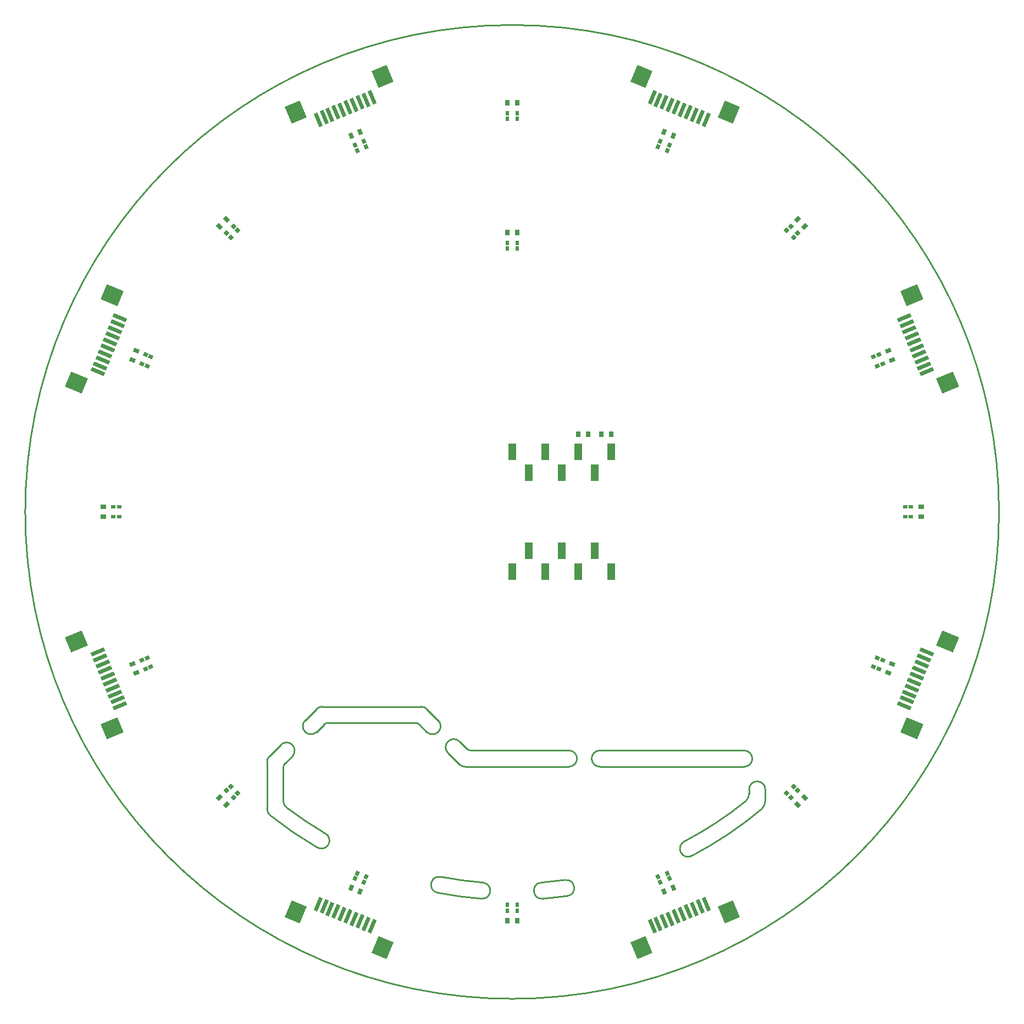
<source format=gtp>
G04*
G04 #@! TF.GenerationSoftware,Altium Limited,Altium Designer,22.2.1 (43)*
G04*
G04 Layer_Color=8421504*
%FSLAX44Y44*%
%MOMM*%
G71*
G04*
G04 #@! TF.SameCoordinates,2D810589-119A-40C1-8923-BCE66BF163E0*
G04*
G04*
G04 #@! TF.FilePolarity,Positive*
G04*
G01*
G75*
%ADD10C,0.2540*%
G04:AMPARAMS|DCode=20|XSize=0.6mm|YSize=2.2mm|CornerRadius=0mm|HoleSize=0mm|Usage=FLASHONLY|Rotation=337.500|XOffset=0mm|YOffset=0mm|HoleType=Round|Shape=Rectangle|*
%AMROTATEDRECTD20*
4,1,4,-0.6981,-0.9015,0.1438,1.1311,0.6981,0.9015,-0.1438,-1.1311,-0.6981,-0.9015,0.0*
%
%ADD20ROTATEDRECTD20*%

G04:AMPARAMS|DCode=21|XSize=2.5mm|YSize=2.8mm|CornerRadius=0mm|HoleSize=0mm|Usage=FLASHONLY|Rotation=157.500|XOffset=0mm|YOffset=0mm|HoleType=Round|Shape=Rectangle|*
%AMROTATEDRECTD21*
4,1,4,1.6906,0.8151,0.6191,-1.7718,-1.6906,-0.8151,-0.6191,1.7718,1.6906,0.8151,0.0*
%
%ADD21ROTATEDRECTD21*%

G04:AMPARAMS|DCode=22|XSize=0.6mm|YSize=2.2mm|CornerRadius=0mm|HoleSize=0mm|Usage=FLASHONLY|Rotation=22.500|XOffset=0mm|YOffset=0mm|HoleType=Round|Shape=Rectangle|*
%AMROTATEDRECTD22*
4,1,4,0.1438,-1.1311,-0.6981,0.9015,-0.1438,1.1311,0.6981,-0.9015,0.1438,-1.1311,0.0*
%
%ADD22ROTATEDRECTD22*%

G04:AMPARAMS|DCode=23|XSize=2.5mm|YSize=2.8mm|CornerRadius=0mm|HoleSize=0mm|Usage=FLASHONLY|Rotation=202.500|XOffset=0mm|YOffset=0mm|HoleType=Round|Shape=Rectangle|*
%AMROTATEDRECTD23*
4,1,4,0.6191,1.7718,1.6906,-0.8151,-0.6191,-1.7718,-1.6906,0.8151,0.6191,1.7718,0.0*
%
%ADD23ROTATEDRECTD23*%

%ADD24R,0.6350X0.8890*%
G04:AMPARAMS|DCode=25|XSize=0.6mm|YSize=2.2mm|CornerRadius=0mm|HoleSize=0mm|Usage=FLASHONLY|Rotation=247.500|XOffset=0mm|YOffset=0mm|HoleType=Round|Shape=Rectangle|*
%AMROTATEDRECTD25*
4,1,4,-0.9015,0.6981,1.1311,-0.1438,0.9015,-0.6981,-1.1311,0.1438,-0.9015,0.6981,0.0*
%
%ADD25ROTATEDRECTD25*%

G04:AMPARAMS|DCode=26|XSize=2.5mm|YSize=2.8mm|CornerRadius=0mm|HoleSize=0mm|Usage=FLASHONLY|Rotation=67.500|XOffset=0mm|YOffset=0mm|HoleType=Round|Shape=Rectangle|*
%AMROTATEDRECTD26*
4,1,4,0.8151,-1.6906,-1.7718,-0.6191,-0.8151,1.6906,1.7718,0.6191,0.8151,-1.6906,0.0*
%
%ADD26ROTATEDRECTD26*%

G04:AMPARAMS|DCode=27|XSize=0.6mm|YSize=2.2mm|CornerRadius=0mm|HoleSize=0mm|Usage=FLASHONLY|Rotation=292.500|XOffset=0mm|YOffset=0mm|HoleType=Round|Shape=Rectangle|*
%AMROTATEDRECTD27*
4,1,4,-1.1311,-0.1438,0.9015,0.6981,1.1311,0.1438,-0.9015,-0.6981,-1.1311,-0.1438,0.0*
%
%ADD27ROTATEDRECTD27*%

G04:AMPARAMS|DCode=28|XSize=2.5mm|YSize=2.8mm|CornerRadius=0mm|HoleSize=0mm|Usage=FLASHONLY|Rotation=112.500|XOffset=0mm|YOffset=0mm|HoleType=Round|Shape=Rectangle|*
%AMROTATEDRECTD28*
4,1,4,1.7718,-0.6191,-0.8151,-1.6906,-1.7718,0.6191,0.8151,1.6906,1.7718,-0.6191,0.0*
%
%ADD28ROTATEDRECTD28*%

G04:AMPARAMS|DCode=29|XSize=0.889mm|YSize=0.635mm|CornerRadius=0mm|HoleSize=0mm|Usage=FLASHONLY|Rotation=67.500|XOffset=0mm|YOffset=0mm|HoleType=Round|Shape=Rectangle|*
%AMROTATEDRECTD29*
4,1,4,0.1232,-0.5322,-0.4634,-0.2892,-0.1232,0.5322,0.4634,0.2892,0.1232,-0.5322,0.0*
%
%ADD29ROTATEDRECTD29*%

G04:AMPARAMS|DCode=30|XSize=0.889mm|YSize=0.635mm|CornerRadius=0mm|HoleSize=0mm|Usage=FLASHONLY|Rotation=45.000|XOffset=0mm|YOffset=0mm|HoleType=Round|Shape=Rectangle|*
%AMROTATEDRECTD30*
4,1,4,-0.0898,-0.5388,-0.5388,-0.0898,0.0898,0.5388,0.5388,0.0898,-0.0898,-0.5388,0.0*
%
%ADD30ROTATEDRECTD30*%

G04:AMPARAMS|DCode=31|XSize=0.889mm|YSize=0.635mm|CornerRadius=0mm|HoleSize=0mm|Usage=FLASHONLY|Rotation=22.500|XOffset=0mm|YOffset=0mm|HoleType=Round|Shape=Rectangle|*
%AMROTATEDRECTD31*
4,1,4,-0.2892,-0.4634,-0.5322,0.1232,0.2892,0.4634,0.5322,-0.1232,-0.2892,-0.4634,0.0*
%
%ADD31ROTATEDRECTD31*%

%ADD32R,0.8890X0.6350*%
G04:AMPARAMS|DCode=33|XSize=0.889mm|YSize=0.635mm|CornerRadius=0mm|HoleSize=0mm|Usage=FLASHONLY|Rotation=337.500|XOffset=0mm|YOffset=0mm|HoleType=Round|Shape=Rectangle|*
%AMROTATEDRECTD33*
4,1,4,-0.5322,-0.1232,-0.2892,0.4634,0.5322,0.1232,0.2892,-0.4634,-0.5322,-0.1232,0.0*
%
%ADD33ROTATEDRECTD33*%

G04:AMPARAMS|DCode=34|XSize=0.889mm|YSize=0.635mm|CornerRadius=0mm|HoleSize=0mm|Usage=FLASHONLY|Rotation=315.000|XOffset=0mm|YOffset=0mm|HoleType=Round|Shape=Rectangle|*
%AMROTATEDRECTD34*
4,1,4,-0.5388,0.0898,-0.0898,0.5388,0.5388,-0.0898,0.0898,-0.5388,-0.5388,0.0898,0.0*
%
%ADD34ROTATEDRECTD34*%

G04:AMPARAMS|DCode=35|XSize=0.889mm|YSize=0.635mm|CornerRadius=0mm|HoleSize=0mm|Usage=FLASHONLY|Rotation=292.500|XOffset=0mm|YOffset=0mm|HoleType=Round|Shape=Rectangle|*
%AMROTATEDRECTD35*
4,1,4,-0.4634,0.2892,0.1232,0.5322,0.4634,-0.2892,-0.1232,-0.5322,-0.4634,0.2892,0.0*
%
%ADD35ROTATEDRECTD35*%

G04:AMPARAMS|DCode=36|XSize=0.889mm|YSize=0.635mm|CornerRadius=0mm|HoleSize=0mm|Usage=FLASHONLY|Rotation=247.500|XOffset=0mm|YOffset=0mm|HoleType=Round|Shape=Rectangle|*
%AMROTATEDRECTD36*
4,1,4,-0.1232,0.5322,0.4634,0.2892,0.1232,-0.5322,-0.4634,-0.2892,-0.1232,0.5322,0.0*
%
%ADD36ROTATEDRECTD36*%

G04:AMPARAMS|DCode=37|XSize=0.889mm|YSize=0.635mm|CornerRadius=0mm|HoleSize=0mm|Usage=FLASHONLY|Rotation=22.500|XOffset=0mm|YOffset=0mm|HoleType=Round|Shape=Rectangle|*
%AMROTATEDRECTD37*
4,1,4,-0.2892,-0.4634,-0.5322,0.1232,0.2892,0.4634,0.5322,-0.1232,-0.2892,-0.4634,0.0*
%
%ADD37ROTATEDRECTD37*%

G04:AMPARAMS|DCode=38|XSize=0.889mm|YSize=0.635mm|CornerRadius=0mm|HoleSize=0mm|Usage=FLASHONLY|Rotation=337.500|XOffset=0mm|YOffset=0mm|HoleType=Round|Shape=Rectangle|*
%AMROTATEDRECTD38*
4,1,4,-0.5322,-0.1232,-0.2892,0.4634,0.5322,0.1232,0.2892,-0.4634,-0.5322,-0.1232,0.0*
%
%ADD38ROTATEDRECTD38*%

G04:AMPARAMS|DCode=39|XSize=0.889mm|YSize=0.635mm|CornerRadius=0mm|HoleSize=0mm|Usage=FLASHONLY|Rotation=112.500|XOffset=0mm|YOffset=0mm|HoleType=Round|Shape=Rectangle|*
%AMROTATEDRECTD39*
4,1,4,0.4634,-0.2892,-0.1232,-0.5322,-0.4634,0.2892,0.1232,0.5322,0.4634,-0.2892,0.0*
%
%ADD39ROTATEDRECTD39*%

%ADD40R,0.6000X0.7000*%
G04:AMPARAMS|DCode=41|XSize=0.6mm|YSize=0.7mm|CornerRadius=0mm|HoleSize=0mm|Usage=FLASHONLY|Rotation=157.500|XOffset=0mm|YOffset=0mm|HoleType=Round|Shape=Rectangle|*
%AMROTATEDRECTD41*
4,1,4,0.4111,0.2086,0.1432,-0.4382,-0.4111,-0.2086,-0.1432,0.4382,0.4111,0.2086,0.0*
%
%ADD41ROTATEDRECTD41*%

G04:AMPARAMS|DCode=42|XSize=0.6mm|YSize=0.7mm|CornerRadius=0mm|HoleSize=0mm|Usage=FLASHONLY|Rotation=135.000|XOffset=0mm|YOffset=0mm|HoleType=Round|Shape=Rectangle|*
%AMROTATEDRECTD42*
4,1,4,0.4596,0.0354,-0.0354,-0.4596,-0.4596,-0.0354,0.0354,0.4596,0.4596,0.0354,0.0*
%
%ADD42ROTATEDRECTD42*%

G04:AMPARAMS|DCode=43|XSize=0.6mm|YSize=0.7mm|CornerRadius=0mm|HoleSize=0mm|Usage=FLASHONLY|Rotation=112.500|XOffset=0mm|YOffset=0mm|HoleType=Round|Shape=Rectangle|*
%AMROTATEDRECTD43*
4,1,4,0.4382,-0.1432,-0.2086,-0.4111,-0.4382,0.1432,0.2086,0.4111,0.4382,-0.1432,0.0*
%
%ADD43ROTATEDRECTD43*%

%ADD44R,0.7000X0.6000*%
G04:AMPARAMS|DCode=45|XSize=0.6mm|YSize=0.7mm|CornerRadius=0mm|HoleSize=0mm|Usage=FLASHONLY|Rotation=67.500|XOffset=0mm|YOffset=0mm|HoleType=Round|Shape=Rectangle|*
%AMROTATEDRECTD45*
4,1,4,0.2086,-0.4111,-0.4382,-0.1432,-0.2086,0.4111,0.4382,0.1432,0.2086,-0.4111,0.0*
%
%ADD45ROTATEDRECTD45*%

G04:AMPARAMS|DCode=46|XSize=0.6mm|YSize=0.7mm|CornerRadius=0mm|HoleSize=0mm|Usage=FLASHONLY|Rotation=45.000|XOffset=0mm|YOffset=0mm|HoleType=Round|Shape=Rectangle|*
%AMROTATEDRECTD46*
4,1,4,0.0354,-0.4596,-0.4596,0.0354,-0.0354,0.4596,0.4596,-0.0354,0.0354,-0.4596,0.0*
%
%ADD46ROTATEDRECTD46*%

G04:AMPARAMS|DCode=47|XSize=0.6mm|YSize=0.7mm|CornerRadius=0mm|HoleSize=0mm|Usage=FLASHONLY|Rotation=22.500|XOffset=0mm|YOffset=0mm|HoleType=Round|Shape=Rectangle|*
%AMROTATEDRECTD47*
4,1,4,-0.1432,-0.4382,-0.4111,0.2086,0.1432,0.4382,0.4111,-0.2086,-0.1432,-0.4382,0.0*
%
%ADD47ROTATEDRECTD47*%

G04:AMPARAMS|DCode=48|XSize=0.6mm|YSize=0.7mm|CornerRadius=0mm|HoleSize=0mm|Usage=FLASHONLY|Rotation=337.500|XOffset=0mm|YOffset=0mm|HoleType=Round|Shape=Rectangle|*
%AMROTATEDRECTD48*
4,1,4,-0.4111,-0.2086,-0.1432,0.4382,0.4111,0.2086,0.1432,-0.4382,-0.4111,-0.2086,0.0*
%
%ADD48ROTATEDRECTD48*%

G04:AMPARAMS|DCode=49|XSize=0.6mm|YSize=0.7mm|CornerRadius=0mm|HoleSize=0mm|Usage=FLASHONLY|Rotation=202.500|XOffset=0mm|YOffset=0mm|HoleType=Round|Shape=Rectangle|*
%AMROTATEDRECTD49*
4,1,4,0.1432,0.4382,0.4111,-0.2086,-0.1432,-0.4382,-0.4111,0.2086,0.1432,0.4382,0.0*
%
%ADD49ROTATEDRECTD49*%

G04:AMPARAMS|DCode=50|XSize=2.5mm|YSize=2.8mm|CornerRadius=0mm|HoleSize=0mm|Usage=FLASHONLY|Rotation=202.499|XOffset=0mm|YOffset=0mm|HoleType=Round|Shape=Rectangle|*
%AMROTATEDRECTD50*
4,1,4,0.6191,1.7718,1.6906,-0.8151,-0.6191,-1.7718,-1.6906,0.8151,0.6191,1.7718,0.0*
%
%ADD50ROTATEDRECTD50*%

G04:AMPARAMS|DCode=51|XSize=0.6mm|YSize=2.2mm|CornerRadius=0mm|HoleSize=0mm|Usage=FLASHONLY|Rotation=202.499|XOffset=0mm|YOffset=0mm|HoleType=Round|Shape=Rectangle|*
%AMROTATEDRECTD51*
4,1,4,-0.1438,1.1311,0.6981,-0.9015,0.1438,-1.1311,-0.6981,0.9015,-0.1438,1.1311,0.0*
%
%ADD51ROTATEDRECTD51*%

G04:AMPARAMS|DCode=52|XSize=2.5mm|YSize=2.8mm|CornerRadius=0mm|HoleSize=0mm|Usage=FLASHONLY|Rotation=157.499|XOffset=0mm|YOffset=0mm|HoleType=Round|Shape=Rectangle|*
%AMROTATEDRECTD52*
4,1,4,1.6906,0.8150,0.6191,-1.7718,-1.6906,-0.8150,-0.6191,1.7718,1.6906,0.8150,0.0*
%
%ADD52ROTATEDRECTD52*%

G04:AMPARAMS|DCode=53|XSize=0.6mm|YSize=2.2mm|CornerRadius=0mm|HoleSize=0mm|Usage=FLASHONLY|Rotation=157.499|XOffset=0mm|YOffset=0mm|HoleType=Round|Shape=Rectangle|*
%AMROTATEDRECTD53*
4,1,4,0.6981,0.9015,-0.1438,-1.1311,-0.6981,-0.9015,0.1438,1.1311,0.6981,0.9015,0.0*
%
%ADD53ROTATEDRECTD53*%

%ADD54R,1.2700X2.6000*%
D10*
X-109924Y-562113D02*
G03*
X-114724Y-586648I-2400J-12268D01*
G01*
X-47045Y-595906D02*
G03*
X-45078Y-570983I984J12461D01*
G01*
X-109924Y-562113D02*
G03*
X-45078Y-570983I109924J562113D01*
G01*
X-114724Y-586648D02*
G03*
X-47045Y-595906I114724J586648D01*
G01*
X-345493Y-456824D02*
G03*
X-291590Y-492980I345493J456824D01*
G01*
X360236Y-445291D02*
G03*
X365000Y-433789I-11502J11502D01*
G01*
X384651Y-457559D02*
G03*
X390000Y-444646I-12913J12913D01*
G01*
X377500Y-415000D02*
G03*
X365000Y-427500I0J-12500D01*
G01*
X390000D02*
G03*
X377500Y-415000I-12500J0D01*
G01*
X265110Y-507711D02*
G03*
X276681Y-529872I5785J-11081D01*
G01*
X47045Y-595906D02*
G03*
X84886Y-591702I-47045J595906D01*
G01*
X45078Y-570983D02*
G03*
X81336Y-566955I-45078J570983D01*
G01*
X84886Y-591702D02*
G03*
X81336Y-566955I-1775J12373D01*
G01*
X265110Y-507711D02*
G03*
X360236Y-445291I-265110J507711D01*
G01*
X276681Y-529872D02*
G03*
X384651Y-457559I-276681J529872D01*
G01*
X45078Y-570983D02*
G03*
X47045Y-595906I984J-12461D01*
G01*
X-372571Y-467472D02*
G03*
X-299807Y-517161I372559J467458D01*
G01*
D02*
G03*
X-288036Y-495107I6017J10956D01*
G01*
X-352404Y-445290D02*
G03*
X-347540Y-455262I12655J-0D01*
G01*
X-377435Y-457500D02*
G03*
X-372571Y-467472I12655J-0D01*
G01*
X-373965Y-376465D02*
G03*
X-377500Y-385000I8536J-8536D01*
G01*
X-338572Y-376428D02*
G03*
X-338572Y-358750I-8839J8839D01*
G01*
D02*
G03*
X-356250Y-358750I-8839J-8839D01*
G01*
X-349929Y-387784D02*
G03*
X-352404Y-393759I5975J-5975D01*
G01*
X357500Y-392500D02*
G03*
X370000Y-380000I0J12500D01*
G01*
D02*
G03*
X357500Y-367500I-12500J0D01*
G01*
X135000D02*
G03*
X122500Y-380000I0J-12500D01*
G01*
D02*
G03*
X135000Y-392500I12500J0D01*
G01*
X-283741Y-325096D02*
G03*
X-289716Y-327571I0J-8449D01*
G01*
X-318750Y-321250D02*
G03*
X-318750Y-338928I8839J-8839D01*
G01*
D02*
G03*
X-301072Y-338928I8839J8839D01*
G01*
X-292500Y-300000D02*
G03*
X-301035Y-303535I0J-12071D01*
G01*
X-131465D02*
G03*
X-140000Y-300000I-8536J-8536D01*
G01*
X-131428Y-338928D02*
G03*
X-113750Y-338928I8839J8839D01*
G01*
D02*
G03*
X-113750Y-321250I-8839J8839D01*
G01*
X-142784Y-327571D02*
G03*
X-148759Y-325096I-5975J-5975D01*
G01*
X-69716Y-364929D02*
G03*
X-63741Y-367404I5975J5975D01*
G01*
X87500Y-392500D02*
G03*
X100000Y-380000I0J12500D01*
G01*
D02*
G03*
X87500Y-367500I-12500J0D01*
G01*
X-98750Y-353572D02*
G03*
X-98750Y-371250I8839J-8839D01*
G01*
X-81072Y-353572D02*
G03*
X-98750Y-353572I-8839J-8839D01*
G01*
X-81035Y-388965D02*
G03*
X-72500Y-392500I8536J8536D01*
G01*
X750000Y0D02*
G03*
X750000Y0I-750000J0D01*
G01*
X-347540Y-455262D02*
X-345493Y-456824D01*
X-291590Y-492980D02*
X-288036Y-495107D01*
X365000Y-433789D02*
Y-427500D01*
X390000Y-444646D02*
Y-427500D01*
X135000Y-367500D02*
X357500D01*
X-352404Y-445290D02*
Y-393759D01*
X-377500Y-385000D02*
X-377435Y-457500D01*
X-373965Y-376465D02*
X-356250Y-358750D01*
X-349929Y-387784D02*
X-338572Y-376428D01*
X135000Y-392500D02*
X357500D01*
X-301072Y-338928D02*
X-289716Y-327571D01*
X-318750Y-321250D02*
X-301035Y-303535D01*
X-283741Y-325010D02*
X-148759Y-325096D01*
X-131465Y-303535D02*
X-113750Y-321250D01*
X-292500Y-300000D02*
X-140000Y-300000D01*
X-142784Y-327571D02*
X-131428Y-338928D01*
X-81072Y-353572D02*
X-69716Y-364929D01*
X-72500Y-392500D02*
X87500D01*
X-98750Y-371250D02*
X-81035Y-388965D01*
X-63741Y-367404D02*
X87500Y-367500D01*
D20*
X298929Y604088D02*
D03*
X289690Y607915D02*
D03*
X280452Y611742D02*
D03*
X271213Y615569D02*
D03*
X261974Y619395D02*
D03*
X252735Y623222D02*
D03*
X243496Y627049D02*
D03*
X234258Y630876D02*
D03*
X225019Y634703D02*
D03*
X215780Y638530D02*
D03*
D21*
X199558Y671226D02*
D03*
X333520Y615737D02*
D03*
D22*
X-215780Y638530D02*
D03*
X-225019Y634703D02*
D03*
X-234258Y630876D02*
D03*
X-243496Y627049D02*
D03*
X-252735Y623222D02*
D03*
X-261974Y619395D02*
D03*
X-271213Y615569D02*
D03*
X-280452Y611742D02*
D03*
X-289690Y607915D02*
D03*
X-298929Y604088D02*
D03*
D23*
X-333520Y615737D02*
D03*
X-199558Y671226D02*
D03*
D24*
X137160Y119380D02*
D03*
X152400D02*
D03*
X116840Y119380D02*
D03*
X101600Y119380D02*
D03*
X-7620Y630000D02*
D03*
X7620D02*
D03*
X7620Y-630000D02*
D03*
X-7620D02*
D03*
X-7620Y430000D02*
D03*
X7620D02*
D03*
D25*
X604088Y-298929D02*
D03*
X607915Y-289690D02*
D03*
X611742Y-280452D02*
D03*
X615569Y-271213D02*
D03*
X619395Y-261974D02*
D03*
X623222Y-252735D02*
D03*
X627049Y-243496D02*
D03*
X630876Y-234258D02*
D03*
X634703Y-225019D02*
D03*
X638530Y-215780D02*
D03*
X-638530Y215780D02*
D03*
X-634703Y225019D02*
D03*
X-630876Y234258D02*
D03*
X-627049Y243496D02*
D03*
X-623222Y252735D02*
D03*
X-619395Y261974D02*
D03*
X-615568Y271213D02*
D03*
X-611742Y280452D02*
D03*
X-607915Y289690D02*
D03*
X-604088Y298929D02*
D03*
D26*
X671226Y-199558D02*
D03*
X615737Y-333520D02*
D03*
X-615737Y333520D02*
D03*
X-671226Y199558D02*
D03*
D27*
X638530Y215780D02*
D03*
X634703Y225019D02*
D03*
X630876Y234258D02*
D03*
X627049Y243496D02*
D03*
X623222Y252735D02*
D03*
X619395Y261974D02*
D03*
X615568Y271213D02*
D03*
X611741Y280452D02*
D03*
X607915Y289690D02*
D03*
X604088Y298929D02*
D03*
X-604088Y-298929D02*
D03*
X-607915Y-289690D02*
D03*
X-611741Y-280452D02*
D03*
X-615568Y-271213D02*
D03*
X-619395Y-261974D02*
D03*
X-623222Y-252735D02*
D03*
X-627049Y-243496D02*
D03*
X-630876Y-234258D02*
D03*
X-634702Y-225019D02*
D03*
X-638529Y-215780D02*
D03*
D28*
X615737Y333520D02*
D03*
X671226Y199558D02*
D03*
X-671226Y-199558D02*
D03*
X-615737Y-333520D02*
D03*
D29*
X234050Y584960D02*
D03*
X248130Y579128D02*
D03*
D30*
X440089Y450865D02*
D03*
X450865Y440089D02*
D03*
X-440089Y-450865D02*
D03*
X-450865Y-440089D02*
D03*
D31*
X579128Y248130D02*
D03*
X584960Y234051D02*
D03*
X-579128Y-248130D02*
D03*
D32*
X630000Y7620D02*
D03*
Y-7620D02*
D03*
X-630000Y-7620D02*
D03*
Y7620D02*
D03*
D33*
X584960Y-234050D02*
D03*
X579128Y-248130D02*
D03*
X-584960Y234050D02*
D03*
D34*
X450865Y-440089D02*
D03*
X440089Y-450865D02*
D03*
X-450865Y440089D02*
D03*
X-440089Y450865D02*
D03*
D35*
X248130Y-579128D02*
D03*
X234051Y-584960D02*
D03*
D36*
X-234050Y-584960D02*
D03*
X-248130Y-579128D02*
D03*
D37*
X-584960Y-234051D02*
D03*
D38*
X-579128Y248130D02*
D03*
D39*
X-248130Y579128D02*
D03*
X-234051Y584960D02*
D03*
D40*
X7500Y405500D02*
D03*
Y414500D02*
D03*
X-7500Y405500D02*
D03*
Y414500D02*
D03*
X7500Y605500D02*
D03*
X7500Y614500D02*
D03*
X-7500Y605500D02*
D03*
X-7500Y614500D02*
D03*
X-7500Y-605500D02*
D03*
Y-614500D02*
D03*
X7500Y-605500D02*
D03*
Y-614500D02*
D03*
D41*
X238644Y556539D02*
D03*
X242088Y564854D02*
D03*
X224786Y562279D02*
D03*
X228230Y570594D02*
D03*
D42*
X433456Y422850D02*
D03*
X439820Y429214D02*
D03*
X422850Y433456D02*
D03*
X429214Y439820D02*
D03*
X-433456Y-422850D02*
D03*
X-439820Y-429214D02*
D03*
X-422850Y-433456D02*
D03*
X-429214Y-439820D02*
D03*
D43*
X562279Y224786D02*
D03*
X570594Y228230D02*
D03*
X556539Y238644D02*
D03*
X564854Y242088D02*
D03*
X-562279Y-224786D02*
D03*
X-570594Y-228230D02*
D03*
X-556539Y-238644D02*
D03*
X-564854Y-242088D02*
D03*
D44*
X605500Y-7500D02*
D03*
X614500Y-7500D02*
D03*
X605500Y7500D02*
D03*
X614500Y7500D02*
D03*
X-605500D02*
D03*
X-614500D02*
D03*
X-605500Y-7500D02*
D03*
X-614500D02*
D03*
D45*
X556539Y-238644D02*
D03*
X564854Y-242088D02*
D03*
X562279Y-224786D02*
D03*
X570594Y-228230D02*
D03*
X-556539Y238644D02*
D03*
X-564854Y242088D02*
D03*
X-562279Y224786D02*
D03*
X-570594Y228230D02*
D03*
D46*
X422850Y-433456D02*
D03*
X429214Y-439820D02*
D03*
X433456Y-422850D02*
D03*
X439820Y-429214D02*
D03*
X-422850Y433456D02*
D03*
X-429214Y439820D02*
D03*
X-433456Y422850D02*
D03*
X-439820Y429214D02*
D03*
D47*
X224786Y-562279D02*
D03*
X228230Y-570594D02*
D03*
X238644Y-556539D02*
D03*
X242088Y-564854D02*
D03*
D48*
X-238644Y-556539D02*
D03*
X-242088Y-564854D02*
D03*
X-224786Y-562279D02*
D03*
X-228230Y-570594D02*
D03*
D49*
X-224786Y562279D02*
D03*
X-228230Y570594D02*
D03*
X-238644Y556539D02*
D03*
X-242088Y564854D02*
D03*
D50*
X199555Y-671219D02*
D03*
X333518Y-615733D02*
D03*
D51*
X298927Y-604083D02*
D03*
X289689Y-607909D02*
D03*
X280450Y-611736D02*
D03*
X271211Y-615563D02*
D03*
X261972Y-619389D02*
D03*
X252733Y-623216D02*
D03*
X243494Y-627043D02*
D03*
X234255Y-630869D02*
D03*
X225016Y-634696D02*
D03*
X215778Y-638522D02*
D03*
D52*
X-333522Y-615718D02*
D03*
X-199561Y-671210D02*
D03*
D53*
X-215782Y-638513D02*
D03*
X-225021Y-634686D02*
D03*
X-234260Y-630859D02*
D03*
X-243498Y-627032D02*
D03*
X-252737Y-623205D02*
D03*
X-261976Y-619378D02*
D03*
X-271215Y-615551D02*
D03*
X-280453Y-611724D02*
D03*
X-289692Y-607897D02*
D03*
X-298931Y-604070D02*
D03*
D54*
X127000Y-60200D02*
D03*
X76200D02*
D03*
X25400D02*
D03*
X0Y-92200D02*
D03*
X50800D02*
D03*
X101600D02*
D03*
X152400D02*
D03*
X0Y92200D02*
D03*
X50800D02*
D03*
X101600D02*
D03*
X152400D02*
D03*
X127000Y60200D02*
D03*
X76200D02*
D03*
X25400D02*
D03*
M02*

</source>
